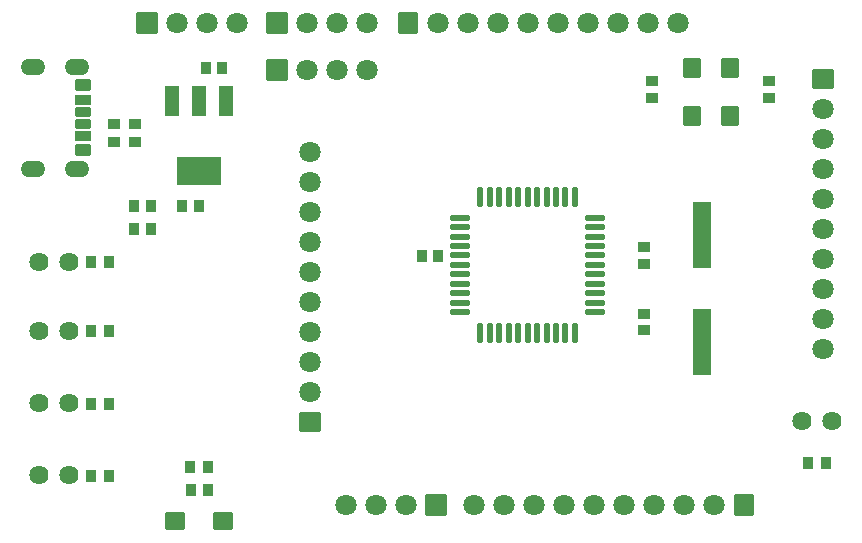
<source format=gts>
G04 Layer: TopSolderMaskLayer*
G04 EasyEDA Pro v2.2.27.1, 2024-09-16 12:01:29*
G04 Gerber Generator version 0.3*
G04 Scale: 100 percent, Rotated: No, Reflected: No*
G04 Dimensions in millimeters*
G04 Leading zeros omitted, absolute positions, 3 integers and 5 decimals*
%FSLAX35Y35*%
%MOMM*%
%AMRoundRect*1,1,$1,$2,$3*1,1,$1,$4,$5*1,1,$1,0-$2,0-$3*1,1,$1,0-$4,0-$5*20,1,$1,$2,$3,$4,$5,0*20,1,$1,$4,$5,0-$2,0-$3,0*20,1,$1,0-$2,0-$3,0-$4,0-$5,0*20,1,$1,0-$4,0-$5,$2,$3,0*4,1,4,$2,$3,$4,$5,0-$2,0-$3,0-$4,0-$5,$2,$3,0*%
%ADD10RoundRect,0.09131X0.40514X-0.45514X-0.40514X-0.45514*%
%ADD11C,1.8016*%
%ADD12RoundRect,0.09579X-0.8529X-0.7903X-0.8529X0.7903*%
%ADD13RoundRect,0.09579X-0.7903X0.8529X0.7903X0.8529*%
%ADD14RoundRect,0.09579X0.8529X0.7903X0.8529X-0.7903*%
%ADD15RoundRect,0.09579X0.7903X-0.8529X-0.7903X-0.8529*%
%ADD16RoundRect,0.09618X-0.85271X0.85271X0.85271X0.85271*%
%ADD17RoundRect,0.09138X0.43712X0.40835X0.43712X-0.40835*%
%ADD18O,0.52159X1.7716*%
%ADD19O,1.7716X0.52159*%
%ADD20RoundRect,0.09368X-0.55396X-1.25396X-0.55396X1.25396*%
%ADD21RoundRect,0.09754X-1.80203X-1.17203X-1.80203X1.17203*%
%ADD22RoundRect,0.08891X0.60556X0.35556X0.60556X-0.35556*%
%ADD23RoundRect,0.09002X0.605X0.405X0.605X-0.405*%
%ADD24RoundRect,0.09093X0.60455X0.45455X0.60455X-0.45455*%
%ADD25O,2.10002X1.35004*%
%ADD26RoundRect,0.09618X0.85271X-0.85271X-0.85271X-0.85271*%
%ADD27RoundRect,0.09131X-0.45514X-0.40514X-0.45514X0.40514*%
%ADD28RoundRect,0.09131X0.45514X0.40514X0.45514X-0.40514*%
%ADD29RoundRect,0.09131X-0.40514X0.45514X0.40514X0.45514*%
%ADD30C,1.6256*%
%ADD31RoundRect,0.09138X0.40835X-0.43712X-0.40835X-0.43712*%
%ADD32RoundRect,0.09138X-0.40835X0.43712X0.40835X0.43712*%
%ADD33RoundRect,0.095X-0.6833X-0.7683X-0.6833X0.7683*%
%ADD34RoundRect,0.095X-0.7683X0.6833X0.7683X0.6833*%
%ADD35RoundRect,0.09516X-0.70322X-2.75321X-0.70322X2.75321*%
G75*


G04 Pad Start*
G54D10*
G01X3479648Y-2254250D03*
G01X3619652Y-2254250D03*
G54D11*
G01X2533650Y-1377950D03*
G01X2533650Y-1631950D03*
G01X2533650Y-1885950D03*
G01X2533650Y-2139950D03*
G01X2533650Y-2393950D03*
G01X2533650Y-2647950D03*
G01X2533650Y-2901950D03*
G01X2533650Y-3155950D03*
G01X2533650Y-3409950D03*
G54D12*
G01X2533650Y-3663950D03*
G54D11*
G01X5645150Y-285750D03*
G01X5391150Y-285750D03*
G01X5137150Y-285750D03*
G01X4883150Y-285750D03*
G01X4629150Y-285750D03*
G01X4375150Y-285750D03*
G01X4121150Y-285750D03*
G01X3867150Y-285750D03*
G01X3613150Y-285750D03*
G54D13*
G01X3359150Y-285750D03*
G54D11*
G01X6877050Y-3041650D03*
G01X6877050Y-2787650D03*
G01X6877050Y-2533650D03*
G01X6877050Y-2279650D03*
G01X6877050Y-2025650D03*
G01X6877050Y-1771650D03*
G01X6877050Y-1517650D03*
G01X6877050Y-1263650D03*
G01X6877050Y-1009650D03*
G54D14*
G01X6877050Y-755650D03*
G54D11*
G01X3917950Y-4362450D03*
G01X4171950Y-4362450D03*
G01X4425950Y-4362450D03*
G01X4679950Y-4362450D03*
G01X4933950Y-4362450D03*
G01X5187950Y-4362450D03*
G01X5441950Y-4362450D03*
G01X5695950Y-4362450D03*
G01X5949950Y-4362450D03*
G54D15*
G01X6203950Y-4362450D03*
G54D16*
G01X2254750Y-285750D03*
G54D11*
G01X2508750Y-285750D03*
G01X2762750Y-285750D03*
G01X3016750Y-285750D03*
G54D16*
G01X1149350Y-285750D03*
G54D11*
G01X1403350Y-285750D03*
G01X1657350Y-285750D03*
G01X1911350Y-285750D03*
G54D16*
G01X2254750Y-679450D03*
G54D11*
G01X2508750Y-679450D03*
G01X2762750Y-679450D03*
G01X3016750Y-679450D03*
G54D17*
G01X869950Y-1288186D03*
G01X869950Y-1137514D03*
G01X1047750Y-1288186D03*
G01X1047750Y-1137514D03*
G54D18*
G01X3975151Y-2903957D03*
G01X4055161Y-2903957D03*
G01X4135145Y-2903957D03*
G01X4215155Y-2903957D03*
G01X4295140Y-2903957D03*
G01X4375150Y-2903957D03*
G01X4455160Y-2903957D03*
G01X4535145Y-2903957D03*
G01X4615155Y-2903957D03*
G01X4695139Y-2903957D03*
G01X4775149Y-2903957D03*
G54D19*
G01X4948657Y-2730449D03*
G01X4948657Y-2650439D03*
G01X4948657Y-2570455D03*
G01X4948657Y-2490445D03*
G01X4948657Y-2410460D03*
G01X4948657Y-2330450D03*
G01X4948657Y-2250440D03*
G01X4948657Y-2170455D03*
G01X4948657Y-2090445D03*
G01X4948657Y-2010461D03*
G01X4948657Y-1930451D03*
G54D18*
G01X4775149Y-1756943D03*
G01X4695139Y-1756943D03*
G01X4615155Y-1756943D03*
G01X4535145Y-1756943D03*
G01X4455160Y-1756943D03*
G01X4375150Y-1756943D03*
G01X4295140Y-1756943D03*
G01X4215155Y-1756943D03*
G01X4135145Y-1756943D03*
G01X4055161Y-1756943D03*
G01X3975151Y-1756943D03*
G54D19*
G01X3801643Y-1930451D03*
G01X3801643Y-2010461D03*
G01X3801643Y-2090445D03*
G01X3801643Y-2170455D03*
G01X3801643Y-2250440D03*
G01X3801643Y-2330450D03*
G01X3801643Y-2410460D03*
G01X3801643Y-2490445D03*
G01X3801643Y-2570455D03*
G01X3801643Y-2650439D03*
G01X3801643Y-2730449D03*
G54D20*
G01X1823847Y-941255D03*
G01X1593850Y-941255D03*
G01X1363853Y-941255D03*
G54D21*
G01X1593850Y-1535247D03*
G54D22*
G01X613956Y-1035863D03*
G01X613956Y-1135863D03*
G54D23*
G01X613956Y-933856D03*
G01X613956Y-1237844D03*
G54D24*
G01X613956Y-810844D03*
G01X613956Y-1360856D03*
G54D25*
G01X561150Y-1517853D03*
G01X561150Y-653847D03*
G01X186144Y-653847D03*
G01X186144Y-1517853D03*
G54D26*
G01X3600450Y-4362450D03*
G54D11*
G01X3346450Y-4362450D03*
G01X3092450Y-4362450D03*
G01X2838450Y-4362450D03*
G54D27*
G01X6419850Y-774548D03*
G01X6419850Y-914552D03*
G01X5429250Y-774548D03*
G01X5429250Y-914552D03*
G01X5358053Y-2743048D03*
G01X5358053Y-2883052D03*
G54D28*
G01X5358053Y-2321569D03*
G01X5358053Y-2181564D03*
G54D29*
G01X1664627Y-4235450D03*
G01X1524622Y-4235450D03*
G54D30*
G01X6699250Y-3651250D03*
G01X6953250Y-3651250D03*
G01X487490Y-2892764D03*
G01X233490Y-2892764D03*
G01X487490Y-3500607D03*
G01X233490Y-3500607D03*
G01X487490Y-4108450D03*
G01X233490Y-4108450D03*
G01X488950Y-2305050D03*
G01X234950Y-2305050D03*
G54D31*
G01X6750914Y-4006850D03*
G01X6901586Y-4006850D03*
G54D32*
G01X830986Y-2892764D03*
G01X680314Y-2892764D03*
G01X830986Y-3506957D03*
G01X680314Y-3506957D03*
G01X830986Y-4121150D03*
G01X680314Y-4121150D03*
G54D31*
G01X1518514Y-4044950D03*
G01X1669186Y-4044950D03*
G54D32*
G01X829259Y-2305050D03*
G01X678586Y-2305050D03*
G54D33*
G01X6084055Y-1073455D03*
G01X6084055Y-666445D03*
G01X5764504Y-1073455D03*
G01X5764504Y-666445D03*
G54D34*
G01X1390345Y-4502150D03*
G01X1797355Y-4502150D03*
G54D35*
G01X5848350Y-2080476D03*
G01X5848350Y-2980474D03*
G54D29*
G01X1184643Y-2022934D03*
G01X1044639Y-2022934D03*
G54D10*
G01X1043686Y-1832434D03*
G01X1183691Y-1832434D03*
G54D29*
G01X1790852Y-666750D03*
G01X1650848Y-666750D03*
G01X1589748Y-1832434D03*
G01X1449743Y-1832434D03*
G04 Pad End*

M02*


</source>
